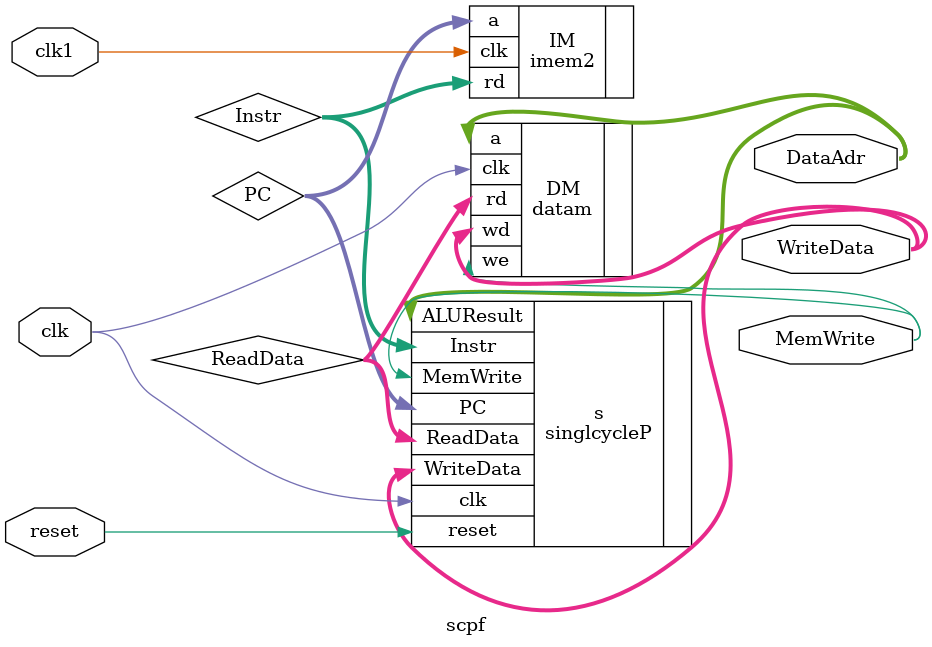
<source format=v>
module scpf(
    input clk,
    input clk1,
    input reset,
    output [31:0] WriteData,
    output [31:0] DataAdr,
    output MemWrite
);

    wire [31:0] PC;
    wire [31:0] Instr;
    wire [31:0] ReadData;

    // Instantiate single-cycle processor and memories
    singlcycleP s (.clk(clk), .reset(reset), .PC(PC), .Instr(Instr), .MemWrite(MemWrite), .ALUResult(DataAdr), .WriteData(WriteData), .ReadData(ReadData));

    imem2 IM (.a(PC), .clk(clk1), .rd(Instr));

    datam DM (.clk(clk), .a(DataAdr), .wd(WriteData), .we(MemWrite), .rd(ReadData));

endmodule

</source>
